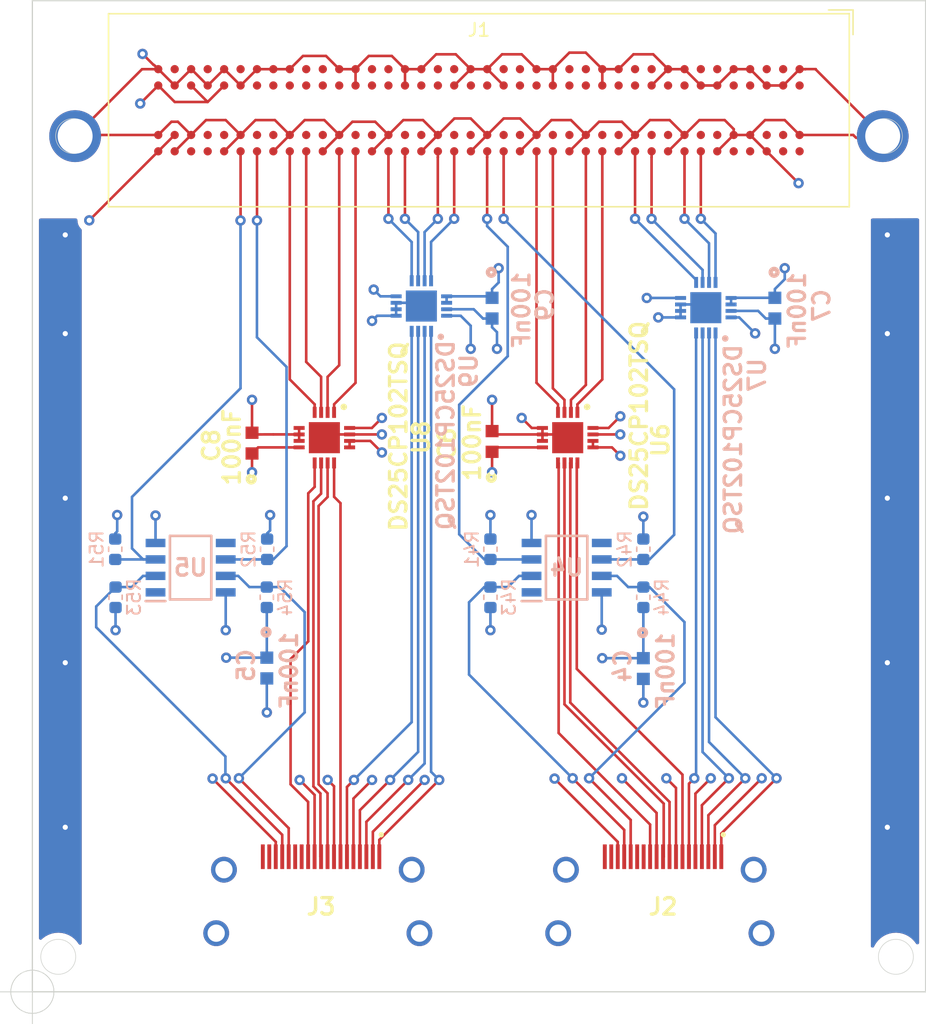
<source format=kicad_pcb>
(kicad_pcb (version 20211014) (generator pcbnew)
  (layers (0 "F.Cu" signal) (1 "In1.Cu" power "GND.Cu") (2 "In2.Cu" power "VCC.Cu") (31 "B.Cu" signal) (34 "B.Paste" user) (35 "F.Paste" user) (36 "B.SilkS" user "B.Silkscreen") (37 "F.SilkS" user "F.Silkscreen") (38 "B.Mask" user) (39 "F.Mask" user) (44 "Edge.Cuts" user))
  (net 0 "")
  (net 1 "2.5V")
  (net 2 "GNDREF")
  (net 3 "3.3V")
  (net 4 "D_OUT_M2_1P")
  (net 5 "SCL0B_1")
  (net 6 "SDA0B_1")
  (net 7 "D_OUT_M2_2P")
  (net 8 "D_OUT_M1_2N")
  (net 9 "D_OUT_M1_2P")
  (net 10 "BCLK_1P")
  (net 11 "BCLK_1N")
  (net 12 "TRG_1P")
  (net 13 "TRG_1N")
  (net 14 "D_OUT_M2_1N")
  (net 15 "TRG_2N")
  (net 16 "BCLK_2N")
  (net 17 "BCLK_2P")
  (net 18 "TRG_2P")
  (net 19 "D_OUT_M2_2N")
  (net 20 "SDA0B_2")
  (net 21 "SCL0B_2")
  (net 22 "H_DOUT_M1_1P")
  (net 23 "H_DOUT_M1_1N")
  (net 24 "H_DOUT_M2_1P")
  (net 25 "H_DOUT_M2_1N")
  (net 26 "H_TRG_1P")
  (net 27 "H_TRG_1N")
  (net 28 "H_BCLK_1P")
  (net 29 "H_BCLK_1N")
  (net 32 "H_SCL0B_1")
  (net 33 "H_SDA0B_1")
  (net 36 "H_SDA0B_2")
  (net 37 "H_SCL0B_2")
  (net 38 "H_BCLK_2N")
  (net 39 "H_BCLK_2P")
  (net 40 "H_TRG_2N")
  (net 41 "H_TRG_2P")
  (net 42 "H_DOUT_M2_2N")
  (net 43 "H_DOUT_M2_2P")
  (net 44 "H_DOUT_M1_2N")
  (net 45 "H_DOUT_M1_2P")
  (net 46 "D_OUT_M1_1P")
  (net 47 "D_OUT_M1_1N")
  (footprint "C0603C104K4RACTU:C0603C104K4RACTU" (layer "F.Cu") (at 116.967 134.15 90)
    (fp_text reference "C8")
    (fp_text value "100nF")
  )
  (footprint "ASP-134604-01:Samtec_FMC_ASP-134604-01_4x40_Vertical" (layer "F.Cu") (at 134.493 108.458 -90)
    (fp_text reference "J1")
    (fp_text value "ASP-134604-01")
  )
  (footprint "10029449-001RLF:10029449001RLF" (layer "F.Cu") (at 148.717 169.926)
    (fp_text reference "J2")
    (fp_text value "10029449-001RLF" hide)
  )
  (footprint "10029449-001RLF:10029449001RLF" (layer "F.Cu") (at 122.301 169.926)
    (fp_text reference "J3")
    (fp_text value "10029449-001RLF" hide)
  )
  (footprint "DS25CP102TSQ:QFN50P400X400X80-17N" (layer "F.Cu") (at 122.555 133.731 -90)
    (fp_text reference "U8")
    (fp_text value "DS25CP102TSQ")
  )
  (footprint "DS25CP102TSQ:QFN50P400X400X80-17N" (layer "F.Cu") (at 141.351 133.731 -90)
    (fp_text reference "U6")
    (fp_text value "DS25CP102TSQ")
  )
  (footprint "C0603C104K4RACTU:C0603C104K4RACTU" (layer "F.Cu") (at 135.509 134.023 90)
    (fp_text reference "C6")
    (fp_text value "100nF")
  )
  (footprint "C0603C104K4RACTU:C0603C104K4RACTU" (layer "B.Cu") (at 147.193 151.549 -90)
    (fp_text reference "C4")
    (fp_text value "100nF")
  )
  (footprint "C0603C104K4RACTU:C0603C104K4RACTU" (layer "B.Cu") (at 118.11 151.511 -90)
    (fp_text reference "C5")
    (fp_text value "100nF")
  )
  (footprint "C0603C104K4RACTU:C0603C104K4RACTU" (layer "B.Cu") (at 157.353 123.736 -90)
    (fp_text reference "C7")
    (fp_text value "100nF")
  )
  (footprint "Resistor_SMD:R_0603_1608Metric" (layer "B.Cu") (at 147.193 142.3415 -90)
    (fp_text reference "R42")
    (fp_text value "4.7k")
  )
  (footprint "Resistor_SMD:R_0603_1608Metric" (layer "B.Cu") (at 135.382 146.05 90)
    (fp_text reference "R43")
    (fp_text value "330")
  )
  (footprint "Resistor_SMD:R_0603_1608Metric" (layer "B.Cu") (at 106.4005 142.3415 -90)
    (fp_text reference "R51")
    (fp_text value "4.7k")
  )
  (footprint "Resistor_SMD:R_0603_1608Metric" (layer "B.Cu") (at 118.1355 142.3415 -90)
    (fp_text reference "R52")
    (fp_text value "4.7k")
  )
  (footprint "Resistor_SMD:R_0603_1608Metric" (layer "B.Cu") (at 106.426 146.05 90)
    (fp_text reference "R53")
    (fp_text value "330")
  )
  (footprint "Resistor_SMD:R_0603_1608Metric" (layer "B.Cu") (at 118.11 146.05 90)
    (fp_text reference "R54")
    (fp_text value "330")
  )
  (footprint "P82B715DR:P82B715DR" (layer "B.Cu") (at 141.268 143.764)
    (fp_text reference "U4")
    (fp_text value "P82B715DR" hide)
  )
  (footprint "DS25CP102TSQ:QFN50P400X400X80-17N" (layer "B.Cu") (at 152.019 123.698 90)
    (fp_text reference "U7")
    (fp_text value "DS25CP102TSQ")
  )
  (footprint "DS25CP102TSQ:QFN50P400X400X80-17N" (layer "B.Cu") (at 130.048 123.571 90)
    (fp_text reference "U9")
    (fp_text value "DS25CP102TSQ")
  )
  (footprint "P82B715DR:P82B715DR" (layer "B.Cu") (at 112.224 143.764)
    (fp_text reference "U5")
    (fp_text value "P82B715DR" hide)
  )
  (footprint "Resistor_SMD:R_0603_1608Metric" (layer "B.Cu") (at 135.382 142.3415 -90)
    (fp_text reference "R41")
    (fp_text value "4.7k")
  )
  (footprint "C0603C104K4RACTU:C0603C104K4RACTU" (layer "B.Cu") (at 135.509 123.736 -90)
    (fp_text reference "C9")
    (fp_text value "100nF")
  )
  (footprint "Resistor_SMD:R_0603_1608Metric" (layer "B.Cu") (at 147.193 146.05 90)
    (fp_text reference "R44")
    (fp_text value "330")
  )
  (gr_line (start 100 100) (end 100 176.5) (layer "Edge.Cuts") (width 0.1))
  (gr_line (start 100 176.5) (end 169 176.5) (layer "Edge.Cuts") (width 0.1))
  (gr_line (start 169 100) (end 169 176.5) (layer "Edge.Cuts") (width 0.1))
  (gr_line (start 100 100) (end 169 100) (layer "Edge.Cuts") (width 0.1))
  (gr_circle locked (center 166.7 173.8) (end 168.05 173.8) (layer "Edge.Cuts") (width 0.05) (fill none))
  (gr_circle locked (center 102 173.8) (end 103.35 173.8) (layer "Edge.Cuts") (width 0.05) (fill none))
  (gr_circle (center 103.15 110.45) (end 104.5 110.45) (layer "Edge.Cuts") (width 0.05) (fill none))
  (gr_circle (center 165.85 110.45) (end 167.2 110.45) (layer "Edge.Cuts") (width 0.05) (fill none))
  (target plus (at 100 176.5) (size 5) (width 0.05) (layer "Edge.Cuts"))
  (target plus (at 100 176.5) (size 5) (width 0.05) (layer "Edge.Cuts"))
  (target plus (at 100 176.5) (size 5) (width 0.05) (layer "Edge.Cuts"))
  (segment (start 109.723 111.628) (end 104.394 116.957) (width 0.2) (layer "F.Cu") (net 1))
  (segment (start 110.993 110.368) (end 110.983 110.368) (width 0.2) (layer "F.Cu") (net 1))
  (segment (start 110.983 110.368) (end 109.723 111.628) (width 0.2) (layer "F.Cu") (net 1))
  (via (at 106.426 148.59) (size 0.8) (drill 0.4) (layers "F.Cu" "B.Cu") (net 1))
  (via (at 135.382 148.59) (size 0.8) (drill 0.4) (layers "F.Cu" "B.Cu") (net 1))
  (via (at 144.018 150.749) (size 0.8) (drill 0.4) (layers "F.Cu" "B.Cu") (net 1))
  (via (at 104.394 116.957) (size 0.8) (drill 0.4) (layers "F.Cu" "B.Cu") (net 1))
  (via (at 114.973 150.711) (size 0.8) (drill 0.4) (layers "F.Cu" "B.Cu") (net 1))
  (segment (start 147.193 146.8375) (end 147.193 147.275) (width 0.2) (layer "B.Cu") (net 1))
  (segment (start 135.382 146.8375) (end 135.382 148.59) (width 0.2) (layer "B.Cu") (net 1))
  (segment (start 118.11 147.275) (end 118.11 150.711) (width 0.2) (layer "B.Cu") (net 1))
  (segment (start 118.11 146.8375) (end 118.11 147.275) (width 0.2) (layer "B.Cu") (net 1))
  (segment (start 147.193 147.275) (end 147.193 150.749) (width 0.2) (layer "B.Cu") (net 1))
  (segment (start 106.426 146.8375) (end 106.426 148.59) (width 0.2) (layer "B.Cu") (net 1))
  (segment (start 118.11 150.711) (end 114.973 150.711) (width 0.2) (layer "B.Cu") (net 1))
  (segment (start 147.193 150.749) (end 144.018 150.749) (width 0.2) (layer "B.Cu") (net 1))
  (segment (start 111.242 109.347) (end 110.744 109.347) (width 0.2) (layer "F.Cu") (net 2))
  (segment (start 142.753 110.368) (end 141.605 109.22) (width 0.2) (layer "F.Cu") (net 2))
  (segment (start 130.063 111.628) (end 131.323 110.368) (width 0.2) (layer "F.Cu") (net 2))
  (segment (start 116.083 110.368) (end 114.935 109.22) (width 0.2) (layer "F.Cu") (net 2))
  (segment (start 149.113 111.628) (end 150.373 110.368) (width 0.2) (layer "F.Cu") (net 2))
  (segment (start 122.555 109.22) (end 121.031 109.22) (width 0.2) (layer "F.Cu") (net 2))
  (segment (start 116.093 106.548) (end 117.353 105.288) (width 0.2) (layer "F.Cu") (net 2))
  (segment (start 118.613 111.628) (end 118.623 111.628) (width 0.2) (layer "F.Cu") (net 2))
  (segment (start 138.943 110.368) (end 138.923 110.368) (width 0.2) (layer "F.Cu") (net 2))
  (segment (start 146.431 104.14) (end 147.955 104.14) (width 0.2) (layer "F.Cu") (net 2))
  (segment (start 154.173 110.368) (end 154.173 109.915452) (width 0.2) (layer "F.Cu") (net 2))
  (segment (start 130.175 109.22) (end 128.651 109.22) (width 0.2) (layer "F.Cu") (net 2))
  (segment (start 131.323 110.368) (end 130.175 109.22) (width 0.2) (layer "F.Cu") (net 2))
  (segment (start 151.216 161.204) (end 152.4 160.02) (width 0.2) (layer "F.Cu") (net 2))
  (segment (start 152.716 166.076) (end 152.716 163.641) (width 0.2) (layer "F.Cu") (net 2))
  (segment (start 138.923 110.368) (end 137.663 111.628) (width 0.2) (layer "F.Cu") (net 2))
  (segment (start 159.263 105.288) (end 159.715548 105.288) (width 0.2) (layer "F.Cu") (net 2))
  (segment (start 142.748 104.013) (end 141.478 104.013) (width 0.2) (layer "F.Cu") (net 2))
  (segment (start 143.774 109.347) (end 142.753 110.368) (width 0.2) (layer "F.Cu") (net 2))
  (segment (start 145.216 164.926) (end 140.335 160.045) (width 0.2) (layer "F.Cu") (net 2))
  (segment (start 104.954178 110.368) (end 104.826383 110.495795) (width 0.2) (layer "F.Cu") (net 2))
  (segment (start 122.433 111.628) (end 122.443 111.628) (width 0.2) (layer "F.Cu") (net 2))
  (segment (start 117.098 133.481) (end 116.967 133.35) (width 0.2) (layer "F.Cu") (net 2))
  (segment (start 135.143 105.288) (end 136.403 106.548) (width 0.2) (layer "F.Cu") (net 2))
  (segment (start 116.967 133.35) (end 116.967 130.81) (width 0.2) (layer "F.Cu") (net 2))
  (segment (start 116.083 106.548) (end 116.093 106.548) (width 0.2) (layer "F.Cu") (net 2))
  (segment (start 120.904 104.267) (end 119.883 105.288) (width 0.2) (layer "F.Cu") (net 2))
  (segment (start 123.703 110.368) (end 122.555 109.22) (width 0.2) (layer "F.Cu") (net 2))
  (segment (start 132.598 109.093) (end 131.323 110.368) (width 0.2) (layer "F.Cu") (net 2))
  (segment (start 159.263 110.368) (end 158.115 109.22) (width 0.2) (layer "F.Cu") (net 2))
  (segment (start 156.723 111.628) (end 156.703 111.628) (width 0.2) (layer "F.Cu") (net 2))
  (segment (start 159.263 110.368) (end 163.408 110.368) (width 0.2) (layer "F.Cu") (net 2))
  (segment (start 139.401 133.981) (end 139.401 132.981) (width 0.2) (layer "F.Cu") (net 2))
  (segment (start 157.993 106.548) (end 158.003 106.548) (width 0.2) (layer "F.Cu") (net 2))
  (segment (start 156.703 106.548) (end 157.993 106.548) (width 0.2) (layer "F.Cu") (net 2))
  (segment (start 110.993 106.548) (end 111.003 106.548) (width 0.2) (layer "F.Cu") (net 2))
  (segment (start 130.043 111.628) (end 130.063 111.628) (width 0.2) (layer "F.Cu") (net 2))
  (segment (start 114.813 105.288) (end 114.823 105.288) (width 0.2) (layer "F.Cu") (net 2))
  (segment (start 117.353 105.288) (end 118.613 105.288) (width 0.2) (layer "F.Cu") (net 2))
  (segment (start 120.605 133.981) (end 120.605 132.981) (width 0.2) (layer "F.Cu") (net 2))
  (segment (start 104.463355 109.397156) (end 104.506732 109.464285) (width 0.2) (layer "F.Cu") (net 2))
  (segment (start 124.8 161.585) (end 126.238 160.147) (width 0.2) (layer "F.Cu") (net 2))
  (segment (start 123.3 166.076) (end 123.3 160.638) (width 0.2) (layer "F.Cu") (net 2))
  (segment (start 153.477548 109.22) (end 151.521 109.22) (width 0.2) (layer "F.Cu") (net 2))
  (segment (start 150.373 105.288) (end 151.633 106.548) (width 0.2) (layer "F.Cu") (net 2))
  (segment (start 163.408 110.368) (end 163.627 110.587) (width 0.2) (layer "F.Cu") (net 2))
  (segment (start 122.443 111.628) (end 123.703 110.368) (width 0.2) (layer "F.Cu") (net 2))
  (segment (start 109.723 105.288) (end 109.403001 104.968001) (width 0.2) (layer "F.Cu") (net 2))
  (segment (start 151.633 106.548) (end 152.903 106.548) (width 0.2) (layer "F.Cu") (net 2))
  (segment (start 128.651 109.22) (end 127.503 110.368) (width 0.2) (layer "F.Cu") (net 2))
  (segment (start 135.133 105.288) (end 135.143 105.288) (width 0.2) (layer "F.Cu") (net 2))
  (segment (start 110.744 109.347) (end 109.723 110.368) (width 0.2) (layer "F.Cu") (net 2))
  (segment (start 145.283 105.288) (end 146.431 104.14) (width 0.2) (layer "F.Cu") (net 2))
  (segment (start 149.225 109.22) (end 147.701 109.22) (width 0.2) (layer "F.Cu") (net 2))
  (segment (start 122.805 133.481) (end 122.555 133.731) (width 0.2) (layer "F.Cu") (net 2))
  (segment (start 160.508 105.283) (end 160.508 105.309) (width 0.2) (layer "F.Cu") (net 2))
  (segment (start 151.216 166.076) (end 151.216 161.204) (width 0.2) (layer "F.Cu") (net 2))
  (segment (start 152.716 163.641) (end 156.337 160.02) (width 0.2) (layer "F.Cu") (net 2))
  (segment (start 124.963 105.288) (end 124.963 106.548) (width 0.2) (layer "F.Cu") (net 2))
  (segment (start 158.115 109.22) (end 156.591 109.22) (width 0.2) (layer "F.Cu") (net 2))
  (segment (start 124.8 166.076) (end 124.8 161.585) (width 0.2) (layer "F.Cu") (net 2))
  (segment (start 124.724 109.347) (end 123.703 110.368) (width 0.2) (layer "F.Cu") (net 2))
  (segment (start 136.408 109.093) (end 135.133 110.368) (width 0.2) (layer "F.Cu") (net 2))
  (segment (start 149.716 166.076) (end 149.716 160.765) (width 0.2) (layer "F.Cu") (net 2))
  (segment (start 120.605 133.481) (end 118.618 133.477) (width 0.2) (layer "F.Cu") (net 2))
  (segment (start 144.023 105.288) (end 145.283 105.288) (width 0.2) (layer "F.Cu") (net 2))
  (segment (start 113.411 109.22) (end 112.263 110.368) (width 0.2) (layer "F.Cu") (net 2))
  (segment (start 112.283 105.288) (end 113.543 106.548) (width 0.2) (layer "F.Cu") (net 2))
  (segment (start 109.723 105.288) (end 109.733 105.288) (width 0.2) (layer "F.Cu") (net 2))
  (segment (start 145.216 166.076) (end 145.216 164.926) (width 0.2) (layer "F.Cu") (net 2))
  (segment (start 154.163 105.288) (end 155.443 105.288) (width 0.2) (layer "F.Cu") (net 2))
  (segment (start 149.093 105.288) (end 147.833 106.548) (width 0.2) (layer "F.Cu") (net 2))
  (segment (start 139.401 133.481) (end 141.101 133.481) (width 0.2) (layer "F.Cu") (net 2))
  (segment (start 151.521 109.22) (end 150.373 110.368) (width 0.2) (layer "F.Cu") (net 2))
  (segment (start 141.605 109.22) (end 140.091 109.22) (width 0.2) (layer "F.Cu") (net 2))
  (segment (start 111.003 111.628) (end 112.263 110.368) (width 0.2) (layer "F.Cu") (net 2))
  (segment (start 144.023 105.288) (end 144.023 106.548) (width 0.2) (layer "F.Cu") (net 2))
  (segment (start 147.701 109.22) (end 146.553 110.368) (width 0.2) (layer "F.Cu") (net 2))
  (segment (start 141.101 133.481) (end 141.351 133.731) (width 0.2) (layer "F.Cu") (net 2))
  (segment (start 149.103 111.628) (end 149.113 111.628) (width 0.2) (layer "F.Cu") (net 2))
  (segment (start 154.163 110.368) (end 152.903 111.628) (width 0.2) (layer "F.Cu") (net 2))
  (segment (start 109.367001 104.968001) (end 108.509 104.11) (width 0.2) (layer "F.Cu") (net 2))
  (segment (start 139.401 132.981) (end 138.569 132.981) (width 0.2) (layer "F.Cu") (net 2))
  (segment (start 143.301 133.481) (end 145.411 133.481) (width 0.2) (layer "F.Cu") (net 2))
  (segment (start 113.553 106.548) (end 114.813 105.288) (width 0.2) (layer "F.Cu") (net 2))
  (segment (start 109.733 105.288) (end 110.993 106.548) (width 0.2) (layer "F.Cu") (net 2))
  (segment (start 132.593 106.548) (end 133.853 105.288) (width 0.2) (layer "F.Cu") (net 2))
  (segment (start 121.031 109.22) (end 119.883 110.368) (width 0.2) (layer "F.Cu") (net 2))
  (segment (start 156.703 111.628) (end 155.443 110.368) (width 0.2) (layer "F.Cu") (net 2))
  (segment (start 156.723 111.628) (end 159.182 114.087) (width 0.2) (layer "F.Cu") (net 2))
  (segment (start 145.532 109.347) (end 143.774 109.347) (width 0.2) (layer "F.Cu") (net 2))
  (segment (start 124.505 133.481) (end 122.805 133.481) (width 0.2) (layer "F.Cu") (net 2))
  (segment (start 123.703 105.288) (end 124.963 105.288) (width 0.2) (layer "F.Cu") (net 2))
  (segment (start 146.543 110.368) (end 145.283 111.628) (width 0.2) (layer "F.Cu") (net 2))
  (segment (start 113.543 106.548) (end 113.553 106.548) (width 0.2) (layer "F.Cu") (net 2))
  (segment (start 121.8 161.3054) (end 120.6458 160.1512) (width 0.2) (layer "F.Cu") (net 2))
  (segment (start 148.216 162.694) (end 145.542 160.02) (width 0.2) (layer "F.Cu") (net 2))
  (segment (start 118.613 105.288) (end 119.883 105.288) (width 0.2) (layer "F.Cu") (net 2))
  (segment (start 150.373 110.368) (end 149.225 109.22) (width 0.2) (layer "F.Cu") (net 2))
  (segment (start 133.858 109.093) (end 132.598 109.093) (width 0.2) (layer "F.Cu") (net 2))
  (segment (start 159.715548 105.288) (end 159.720548 105.283) (width 0.2) (layer "F.Cu") (net 2))
  (segment (start 118.8 166.076) (end 118.8 164.926) (width 0.2) (layer "F.Cu") (net 2))
  (segment (start 112.263 110.368) (end 111.242 109.347) (width 0.2) (layer "F.Cu") (net 2))
  (segment (start 133.873 111.628) (end 135.133 110.368) (width 0.2) (layer "F.Cu") (net 2))
  (segment (start 114.823 105.288) (end 116.083 106.548) (width 0.2) (layer "F.Cu") (net 2))
  (segment (start 126.3 164.149) (end 130.302 160.147) (width 0.2) (layer "F.Cu") (net 2))
  (segment (start 137.668 109.093) (end 136.408 109.093) (width 0.2) (layer "F.Cu") (net 2))
  (segment (start 156.591 109.22) (end 155.443 110.368) (width 0.2) (layer "F.Cu") (net 2))
  (segment (start 128.783 105.288) (end 127.762 104.267) (width 0.2) (layer "F.Cu") (net 2))
  (segment (start 109.723 110.368) (end 104.954178 110.368) (width 0.2) (layer "F.Cu") (net 2))
  (segment (start 141.478 104.013) (end 140.203 105.288) (width 0.2) (layer "F.Cu") (net 2))
  (segment (start 149.103 105.288) (end 149.093 105.288) (width 0.2) (layer "F.Cu") (net 2))
  (segment (start 149.103 105.288) (end 150.373 105.288) (width 0.2) (layer "F.Cu") (net 2))
  (segment (start 148.216 166.076) (end 148.216 162.694) (width 0.2) (layer "F.Cu") (net 2))
  (segment (start 139.401 133.481) (end 135.767 133.481) (width 0.2) (layer "F.Cu") (net 2))
  (segment (start 159.720548 105.283) (end 160.508 105.283) (width 0.2) (layer "F.Cu") (net 2))
  (segment (start 110.993 111.628) (end 111.003 111.628) (width 0.2) (layer "F.Cu") (net 2))
  (segment (start 108.473 105.288) (end 109.723 105.288) (width 0.2) (layer "F.Cu") (net 2))
  (segment (start 146.553 110.368) (end 146.543 110.368) (width 0.2) (layer "F.Cu") (net 2))
  (segment (start 138.943 105.288) (end 137.795 104.14) (width 0.2) (layer "F.Cu") (net 2))
  (segment (start 142.743 110.368) (end 141.483 111.628) (width 0.2) (layer "F.Cu") (net 2))
  (segment (start 136.281 104.14) (end 135.133 105.288) (width 0.2) (layer "F.Cu") (net 2))
  (segment (start 155.443 110.368) (end 154.173 110.368) (width 0.2) (layer "F.Cu") (net 2))
  (segment (start 128.783 105.288) (end 130.043 105.288) (width 0.2) (layer "F.Cu") (net 2))
  (segment (start 131.191 104.14) (end 130.043 105.288) (width 0.2) (layer "F.Cu") (net 2))
  (segment (start 114.823 111.628) (end 116.083 110.368) (width 0.2) (layer "F.Cu") (net 2))
  (segment (start 125.984 104.267) (end 124.963 105.288) (width 0.2) (layer "F.Cu") (net 2))
  (segment (start 108.473 105.288) (end 104.463355 109.297645) (width 0.2) (layer "F.Cu") (net 2))
  (segment (start 144.023 105.288) (end 142.748 104.013) (width 0.2) (layer "F.Cu") (net 2))
  (segment (start 133.853 105.288) (end 135.133 105.288) (width 0.2) (layer "F.Cu") (net 2))
  (segment (start 126.3 166.076) (end 126.3 164.149) (width 0.2) (layer "F.Cu") (net 2))
  (segment (start 114.813 111.628) (end 114.823 111.628) (width 0.2) (layer "F.Cu") (net 2))
  (segment (start 104.463355 109.297645) (end 104.463355 109.397156) (width 0.2) (layer "F.Cu") (net 2))
  (segment (start 114.935 109.22) (end 113.411 109.22) (width 0.2) (layer "F.Cu") (net 2))
  (segment (start 138.943 110.368) (end 137.668 109.093) (width 0.2) (layer "F.Cu") (net 2))
  (segment (start 140.203 105.288) (end 140.203 106.548) (width 0.2) (layer "F.Cu") (net 2))
  (segment (start 128.783 105.288) (end 128.783 106.548) (width 0.2) (layer "F.Cu") (net 2))
  (segment (start 119.883 110.368) (end 118.735 109.22) (width 0.2) (layer "F.Cu") (net 2))
  (segment (start 152.903 106.548) (end 154.163 105.288) (width 0.2) (layer "F.Cu") (net 2))
  (segment (start 158.003 106.548) (end 159.263 105.288) (width 0.2) (layer "F.Cu") (net 2))
  (segment (start 138.943 105.288) (end 140.203 105.288) (width 0.2) (layer "F.Cu") (net 2))
  (segment (start 118.623 111.628) (end 119.883 110.368) (width 0.2) (layer "F.Cu") (net 2))
  (segment (start 160.508 105.309) (end 164.262 109.063) (width 0.2) (layer "F.Cu") (net 2))
  (segment (start 135.509 133.223) (end 135.509 130.81) (width 0.2) (layer "F.Cu") (net 2))
  (segment (start 126.482 109.347) (end 124.724 109.347) (width 0.2) (layer "F.Cu") (net 2))
  (segment (start 118.8 164.926) (end 113.919 160.045) (width 0.2) (layer "F.Cu") (net 2))
  (segment (start 135.133 110.368) (end 133.858 109.093) (width 0.2) (layer "F.Cu") (net 2))
  (segment (start 123.703 105.288) (end 122.682 104.267) (width 0.2) (layer "F.Cu") (net 2))
  (segment (start 132.583 106.548) (end 132.593 106.548) (width 0.2) (layer "F.Cu") (net 2))
  (segment (start 109.403001 104.968001) (end 109.367001 104.968001) (width 0.2) (layer "F.Cu") (net 2))
  (segment (start 140.091 109.22) (end 138.943 110.368) (width 0.2) (layer "F.Cu") (net 2))
  (segment (start 127.762 104.267) (end 125.984 104.267) (width 0.2) (layer "F.Cu") (net 2))
  (segment (start 154.173 110.368) (end 154.163 110.368) (width 0.2) (layer "F.Cu") (net 2))
  (segment (start 133.853 105.288) (end 132.705 104.14) (width 0.2) (layer "F.Cu") (net 2))
  (segment (start 111.003 106.548) (end 112.263 105.288) (width 0.2) (layer "F.Cu") (net 2))
  (segment (start 126.243 111.628) (end 127.503 110.368) (width 0.2) (layer "F.Cu") (net 2))
  (segment (start 123.3 160.638) (end 122.809 160.147) (width 0.2) (layer "F.Cu") (net 2))
  (segment (start 122.682 104.267) (end 120.904 104.267) (width 0.2) (layer "F.Cu") (net 2))
  (segment (start 137.795 104.14) (end 136.281 104.14) (width 0.2) (layer "F.Cu") (net 2))
  (segment (start 124.505 133.481) (end 126.996 133.481) (width 0.2) (layer "F.Cu") (net 2))
  (segment (start 132.705 104.14) (end 131.191 104.14) (width 0.2) (layer "F.Cu") (net 2))
  (segment (start 117.231 109.22) (end 116.083 110.368) (width 0.2) (layer "F.Cu") (net 2))
  (segment (start 127.503 110.368) (end 126.482 109.347) (width 0.2) (layer "F.Cu") (net 2))
  (segment (start 121.8 166.076) (end 121.8 161.3054) (width 0.2) (layer "F.Cu") (net 2))
  (segment (start 154.173 109.915452) (end 153.477548 109.22) (width 0.2) (layer "F.Cu") (net 2))
  (segment (start 142.753 110.368) (end 142.743 110.368) (width 0.2) (layer "F.Cu") (net 2))
  (segment (start 118.618 133.477) (end 117.098 133.481) (width 0.2) (layer "F.Cu") (net 2))
  (segment (start 138.569 132.981) (end 137.795 132.207) (width 0.2) (layer "F.Cu") (net 2))
  (segment (start 155.443 105.288) (end 156.703 106.548) (width 0.2) (layer "F.Cu") (net 2))
  (segment (start 146.553 110.368) (end 145.532 109.347) (width 0.2) (layer "F.Cu") (net 2))
  (segment (start 112.263 105.288) (end 112.283 105.288) (width 0.2) (layer "F.Cu") (net 2))
  (segment (start 118.735 109.22) (end 117.231 109.22) (width 0.2) (layer "F.Cu") (net 2))
  (segment (start 149.716 160.765) (end 148.971 160.02) (width 0.2) (layer "F.Cu") (net 2))
  (segment (start 126.233 111.628) (end 126.243 111.628) (width 0.2) (layer "F.Cu") (net 2))
  (segment (start 135.767 133.481) (end 135.509 133.223) (width 0.2) (layer "F.Cu") (net 2))
  (segment (start 147.955 104.14) (end 149.103 105.288) (width 0.2) (layer "F.Cu") (net 2))
  (via (at 166.04 151.1) (size 0.8) (drill 0.4) (layers "F.Cu" "B.Cu") (net 2))
  (via (at 166.04 138.4) (size 0.8) (drill 0.4) (layers "F.Cu" "B.Cu") (net 2))
  (via (at 102.54 118.08) (size 0.8) (drill 0.4) (layers "F.Cu" "B.Cu") (net 2))
  (via (at 102.54 125.7) (size 0.8) (drill 0.4) (layers "F.Cu" "B.Cu") (net 2))
  (via (at 120.6458 160.1512) (size 0.8) (drill 0.4) (layers "F.Cu" "B.Cu") (net 2))
  (via (at 140.335 160.045) (size 0.8) (drill 0.4) (layers "F.Cu" "B.Cu") (net 2))
  (via (at 126.996 133.481) (size 0.8) (drill 0.4) (layers "F.Cu" "B.Cu") (net 2))
  (via (at 145.542 160.02) (size 0.8) (drill 0.4) (layers "F.Cu" "B.Cu") (net 2))
  (via (at 126.238 160.147) (size 0.8) (drill 0.4) (layers "F.Cu" "B.Cu") (net 2))
  (via (at 102.54 163.8) (size 0.8) (drill 0.4) (layers "F.Cu" "B.Cu") (net 2))
  (via (at 118.11 154.94) (size 0.8) (drill 0.4) (layers "F.Cu" "B.Cu") (net 2))
  (via (at 130.302 160.147) (size 0.8) (drill 0.4) (layers "F.Cu" "B.Cu") (net 2))
  (via (at 148.971 160.02) (size 0.8) (drill 0.4) (layers "F.Cu" "B.Cu") (net 2))
  (via (at 145.411 133.481) (size 0.8) (drill 0.4) (layers "F.Cu" "B.Cu") (net 2))
  (via (at 116.967 130.81) (size 0.8) (drill 0.4) (layers "F.Cu" "B.Cu") (net 2))
  (via (at 102.54 151.1) (size 0.8) (drill 0.4) (layers "F.Cu" "B.Cu") (net 2))
  (via (at 166.04 163.8) (size 0.8) (drill 0.4) (layers "F.Cu" "B.Cu") (net 2))
  (via (at 137.795 132.207) (size 0.8) (drill 0.4) (layers "F.Cu" "B.Cu") (net 2))
  (via (at 108.509 104.11) (size 0.8) (drill 0.4) (layers "F.Cu" "B.Cu") (net 2))
  (via (at 102.54 138.4) (size 0.8) (drill 0.4) (layers "F.Cu" "B.Cu") (net 2))
  (via (at 166.04 125.7) (size 0.8) (drill 0.4) (layers "F.Cu" "B.Cu") (net 2))
  (via (at 126.238 124.714) (size 0.8) (drill 0.4) (layers "F.Cu" "B.Cu") (net 2))
  (via (at 122.809 160.147) (size 0.8) (drill 0.4) (layers "F.Cu" "B.Cu") (net 2))
  (via (at 113.919 160.045) (size 0.8) (drill 0.4) (layers "F.Cu" "B.Cu") (net 2))
  (via (at 152.4 160.02) (size 0.8) (drill 0.4) (layers "F.Cu" "B.Cu") (net 2))
  (via (at 148.348 124.448) (size 0.8) (drill 0.4) (layers "F.Cu" "B.Cu") (net 2))
  (via (at 147.193 154.178) (size 0.8) (drill 0.4) (layers "F.Cu" "B.Cu") (net 2))
  (via (at 135.89 126.873) (size 0.8) (drill 0.4) (layers "F.Cu" "B.Cu") (net 2))
  (via (at 159.182 114.087) (size 0.8) (drill 0.4) (layers "F.Cu" "B.Cu") (net 2))
  (via (at 109.513 139.739) (size 0.8) (drill 0.4) (layers "F.Cu" "B.Cu") (net 2))
  (via (at 166.04 118.08) (size 0.8) (drill 0.4) (layers "F.Cu" "B.Cu") (net 2))
  (via (at 135.509 130.81) (size 0.8) (drill 0.4) (layers "F.Cu" "B.Cu") (net 2))
  (via (at 138.557 139.7) (size 0.8) (drill 0.4) (layers "F.Cu" "B.Cu") (net 2))
  (via (at 157.353 126.873) (size 0.8) (drill 0.4) (layers "F.Cu" "B.Cu") (net 2))
  (via (at 156.337 160.02) (size 0.8) (drill 0.4) (layers "F.Cu" "B.Cu") (net 2))
  (segment (start 135.89 125.592) (end 135.89 126.873) (width 0.2) (layer "B.Cu") (net 2))
  (segment (start 157.353 124.536) (end 156.653 124.536) (width 0.2) (layer "B.Cu") (net 2))
  (segment (start 157.353 124.536) (end 157.353 126.873) (width 0.2) (layer "B.Cu") (net 2))
  (segment (start 147.193 152.349) (end 147.193 154.178) (width 0.2) (layer "B.Cu") (net 2))
  (segment (start 153.969 123.948) (end 156.065 123.948) (width 0.2) (layer "B.Cu") (net 2))
  (segment (start 128.098 123.321) (end 129.798 123.321) (width 0.2) (layer "B.Cu") (net 2))
  (segment (start 131.998 123.821) (end 134.094 123.821) (width 0.2) (layer "B.Cu") (net 2))
  (segment (start 128.098 124.321) (end 126.631 124.321) (width 0.2) (layer "B.Cu") (net 2))
  (segment (start 138.557 141.859) (end 138.557 139.7) (width 0.2) (layer "B.Cu") (net 2))
  (segment (start 156.653 124.536) (end 156.065 123.948) (width 0.2) (layer "B.Cu") (net 2))
  (segment (start 128.098 124.321) (end 128.098 123.321) (width 0.2) (layer "B.Cu") (net 2))
  (segment (start 109.513 141.859) (end 109.513 139.739) (width 0.2) (layer "B.Cu") (net 2))
  (segment (start 150.069 123.448) (end 150.069 124.448) (width 0.2) (layer "B.Cu") (net 2))
  (segment (start 135.509 125.211) (end 135.89 125.592) (width 0.2) (layer "B.Cu") (net 2))
  (segment (start 150.069 123.448) (end 151.769 123.448) (width 0.2) (layer "B.Cu") (net 2))
  (segment (start 118.11 152.311) (end 118.11 154.94) (width 0.2) (layer "B.Cu") (net 2))
  (segment (start 135.509 124.536) (end 134.809 124.536) (width 0.2) (layer "B.Cu") (net 2))
  (segment (start 129.798 123.321) (end 130.048 123.571) (width 0.2) (layer "B.Cu") (net 2))
  (segment (start 135.509 124.536) (end 135.509 125.211) (width 0.2) (layer "B.Cu") (net 2))
  (segment (start 134.809 124.536) (end 134.094 123.821) (width 0.2) (layer "B.Cu") (net 2))
  (segment (start 126.631 124.321) (end 126.238 124.714) (width 0.2) (layer "B.Cu") (net 2))
  (segment (start 151.769 123.448) (end 152.019 123.698) (width 0.2) (layer "B.Cu") (net 2))
  (segment (start 150.069 124.448) (end 148.348 124.448) (width 0.2) (layer "B.Cu") (net 2))
  (segment (start 117.436 134.481) (end 116.967 134.95) (width 0.2) (layer "F.Cu") (net 3))
  (segment (start 124.505 132.981) (end 126.226 132.981) (width 0.2) (layer "F.Cu") (net 3))
  (segment (start 126.226 132.981) (end 127 132.207) (width 0.2) (layer "F.Cu") (net 3))
  (segment (start 124.505 133.981) (end 124.505 134.481) (width 0.2) (layer "F.Cu") (net 3))
  (segment (start 143.301 134.481) (end 144.768 134.481) (width 0.2) (layer "F.Cu") (net 3))
  (segment (start 143.301 132.981) (end 144.514 132.981) (width 0.2) (layer "F.Cu") (net 3))
  (segment (start 124.505 133.981) (end 126.107 133.981) (width 0.2) (layer "F.Cu") (net 3))
  (segment (start 135.509 134.823) (end 135.509 136.398) (width 0.2) (layer "F.Cu") (net 3))
  (segment (start 144.514 132.981) (end 145.415 132.08) (width 0.2) (layer "F.Cu") (net 3))
  (segment (start 126.107 133.981) (end 127 134.874) (width 0.2) (layer "F.Cu") (net 3))
  (segment (start 112.263 106.548) (end 113.538 107.823) (width 0.2) (layer "F.Cu") (net 3))
  (segment (start 139.401 134.481) (end 135.851 134.481) (width 0.2) (layer "F.Cu") (net 3))
  (segment (start 109.723 106.548) (end 108.331 107.94) (width 0.2) (layer "F.Cu") (net 3))
  (segment (start 110.998 107.823) (end 113.538 107.823) (width 0.2) (layer "F.Cu") (net 3))
  (segment (start 110.998 107.823) (end 109.723 106.548) (width 0.2) (layer "F.Cu") (net 3))
  (segment (start 144.768 134.481) (end 145.415 135.128) (width 0.2) (layer "F.Cu") (net 3))
  (segment (start 143.301 133.981) (end 143.301 134.481) (width 0.2) (layer "F.Cu") (net 3))
  (segment (start 116.967 134.95) (end 116.967 136.398) (width 0.2) (layer "F.Cu") (net 3))
  (segment (start 135.851 134.481) (end 135.509 134.823) (width 0.2) (layer "F.Cu") (net 3))
  (segment (start 120.605 134.481) (end 117.436 134.481) (width 0.2) (layer "F.Cu") (net 3))
  (segment (start 113.538 107.823) (end 114.813 106.548) (width 0.2) (layer "F.Cu") (net 3))
  (via (at 155.829 125.683) (size 0.8) (drill 0.4) (layers "F.Cu" "B.Cu") (net 3))
  (via (at 136.017 120.65) (size 0.8) (drill 0.4) (layers "F.Cu" "B.Cu") (net 3))
  (via (at 126.365 122.301) (size 0.8) (drill 0.4) (layers "F.Cu" "B.Cu") (net 3))
  (via (at 145.415 132.08) (size 0.8) (drill 0.4) (layers "F.Cu" "B.Cu") (net 3))
  (via (at 127 132.207) (size 0.8) (drill 0.4) (layers "F.Cu" "B.Cu") (net 3))
  (via (at 118.364 139.7) (size 0.8) (drill 0.4) (layers "F.Cu" "B.Cu") (net 3))
  (via (at 108.331 107.94) (size 0.8) (drill 0.4) (layers "F.Cu" "B.Cu") (net 3))
  (via (at 158.115 120.65) (size 0.8) (drill 0.4) (layers "F.Cu" "B.Cu") (net 3))
  (via (at 127 134.874) (size 0.8) (drill 0.4) (layers "F.Cu" "B.Cu") (net 3))
  (via (at 133.858 126.873) (size 0.8) (drill 0.4) (layers "F.Cu" "B.Cu") (net 3))
  (via (at 147.459 122.948) (size 0.8) (drill 0.4) (layers "F.Cu" "B.Cu") (net 3))
  (via (at 135.509 136.398) (size 0.8) (drill 0.4) (layers "F.Cu" "B.Cu") (net 3))
  (via (at 145.415 135.128) (size 0.8) (drill 0.4) (layers "F.Cu" "B.Cu") (net 3))
  (via (at 116.967 136.398) (size 0.8) (drill 0.4) (layers "F.Cu" "B.Cu") (net 3))
  (via (at 114.935 148.59) (size 0.8) (drill 0.4) (layers "F.Cu" "B.Cu") (net 3))
  (via (at 106.553 139.7) (size 0.8) (drill 0.4) (layers "F.Cu" "B.Cu") (net 3))
  (via (at 135.382 139.7) (size 0.8) (drill 0.4) (layers "F.Cu" "B.Cu") (net 3))
  (via (at 143.979 148.551) (size 0.8) (drill 0.4) (layers "F.Cu" "B.Cu") (net 3))
  (via (at 147.193 139.827) (size 0.8) (drill 0.4) (layers "F.Cu" "B.Cu") (net 3))
  (segment (start 133.858 125.095) (end 133.858 126.873) (width 0.2) (layer "B.Cu") (net 3))
  (segment (start 106.553 140.964) (end 106.553 139.7) (width 0.2) (layer "B.Cu") (net 3))
  (segment (start 143.979 145.669) (end 143.979 148.551) (width 0.2) (layer "B.Cu") (net 3))
  (segment (start 135.382 141.554) (end 135.382 139.7) (width 0.2) (layer "B.Cu") (net 3))
  (segment (start 131.998 122.821) (end 135.394 122.821) (width 0.2) (layer "B.Cu") (net 3))
  (segment (start 136.017 121.753) (end 136.017 120.65) (width 0.2) (layer "B.Cu") (net 3))
  (segment (start 147.193 141.554) (end 147.193 139.827) (width 0.2) (layer "B.Cu") (net 3))
  (segment (start 135.394 122.821) (end 135.509 122.936) (width 0.2) (layer "B.Cu") (net 3))
  (segment (start 150.069 122.948) (end 147.459 122.948) (width 0.2) (layer "B.Cu") (net 3))
  (segment (start 154.594 124.448) (end 155.829 125.683) (width 0.2) (layer "B.Cu") (net 3))
  (segment (start 157.353 122.936) (end 157.353 122.261) (width 0.2) (layer "B.Cu") (net 3))
  (segment (start 118.1355 141.554) (end 118.1355 141.1165) (width 0.2) (layer "B.Cu") (net 3))
  (segment (start 114.935 145.669) (end 114.935 148.59) (width 0.2) (layer "B.Cu") (net 3))
  (segment (start 133.084 124.321) (end 133.858 125.095) (width 0.2) (layer "B.Cu") (net 3))
  (segment (start 157.353 122.936) (end 153.981 122.936) (width 0.2) (layer "B.Cu") (net 3))
  (segment (start 118.1355 141.1165) (end 118.364 140.888) (width 0.2) (layer "B.Cu") (net 3))
  (segment (start 128.098 122.821) (end 126.885 122.821) (width 0.2) (layer "B.Cu") (net 3))
  (segment (start 135.509 122.936) (end 135.509 122.261) (width 0.2) (layer "B.Cu") (net 3))
  (segment (start 106.4005 141.1165) (end 106.553 140.964) (width 0.2) (layer "B.Cu") (net 3))
  (segment (start 118.364 140.888) (end 118.364 139.7) (width 0.2) (layer "B.Cu") (net 3))
  (segment (start 153.981 122.936) (end 153.969 122.948) (width 0.2) (layer "B.Cu") (net 3))
  (segment (start 126.885 122.821) (end 126.365 122.301) (width 0.2) (layer "B.Cu") (net 3))
  (segment (start 153.969 123.448) (end 153.969 122.948) (width 0.2) (layer "B.Cu") (net 3))
  (segment (start 153.969 124.448) (end 154.594 124.448) (width 0.2) (layer "B.Cu") (net 3))
  (segment (start 135.509 122.261) (end 136.017 121.753) (width 0.2) (layer "B.Cu") (net 3))
  (segment (start 131.998 124.321) (end 133.084 124.321) (width 0.2) (layer "B.Cu") (net 3))
  (segment (start 131.998 123.321) (end 131.998 122.821) (width 0.2) (layer "B.Cu") (net 3))
  (segment (start 158.115 121.499) (end 158.115 120.65) (width 0.2) (layer "B.Cu") (net 3))
  (segment (start 157.353 122.261) (end 158.115 121.499) (width 0.2) (layer "B.Cu") (net 3))
  (segment (start 106.4005 141.554) (end 106.4005 141.1165) (width 0.2) (layer "B.Cu") (net 3))
  (segment (start 147.833 112.080548) (end 147.828 112.085548) (width 0.2) (layer "F.Cu") (net 4))
  (segment (start 147.828 112.085548) (end 147.828 116.84) (width 0.2) (layer "F.Cu") (net 4))
  (segment (start 147.833 111.628) (end 147.833 112.080548) (width 0.2) (layer "F.Cu") (net 4))
  (via (at 147.828 116.84) (size 0.8) (drill 0.4) (layers "F.Cu" "B.Cu") (net 4))
  (segment (start 147.828 116.84) (end 151.769 120.781) (width 0.2) (layer "B.Cu") (net 4))
  (segment (start 151.769 120.781) (end 151.769 121.748) (width 0.2) (layer "B.Cu") (net 4))
  (segment (start 136.403 111.628) (end 136.403 116.835) (width 0.2) (layer "F.Cu") (net 5))
  (via (at 136.403 116.835) (size 0.8) (drill 0.4) (layers "F.Cu" "B.Cu") (net 5))
  (segment (start 147.193 143.129) (end 147.668 143.129) (width 0.2) (layer "B.Cu") (net 5))
  (segment (start 147.668 143.129) (end 149.573 141.224) (width 0.2) (layer "B.Cu") (net 5))
  (segment (start 149.573 141.224) (end 149.573 130.005) (width 0.2) (layer "B.Cu") (net 5))
  (segment (start 149.573 130.005) (end 136.403 116.835) (width 0.2) (layer "B.Cu") (net 5))
  (segment (start 143.979 143.129) (end 147.193 143.129) (width 0.2) (layer "B.Cu") (net 5))
  (segment (start 135.133 111.628) (end 135.133 112.080548) (width 0.2) (layer "F.Cu") (net 6))
  (segment (start 135.133 112.080548) (end 135.128 112.085548) (width 0.2) (layer "F.Cu") (net 6))
  (segment (start 135.128 112.085548) (end 135.128 116.84) (width 0.2) (layer "F.Cu") (net 6))
  (via (at 135.128 116.84) (size 0.8) (drill 0.4) (layers "F.Cu" "B.Cu") (net 6))
  (segment (start 135.128 117.405685) (end 136.717001 118.994686) (width 0.2) (layer "B.Cu") (net 6))
  (segment (start 134.907 143.129) (end 135.382 143.129) (width 0.2) (layer "B.Cu") (net 6))
  (segment (start 136.717001 127.442999) (end 132.969 131.191) (width 0.2) (layer "B.Cu") (net 6))
  (segment (start 132.969 131.191) (end 132.969 141.191) (width 0.2) (layer "B.Cu") (net 6))
  (segment (start 136.717001 118.994686) (end 136.717001 127.442999) (width 0.2) (layer "B.Cu") (net 6))
  (segment (start 132.969 141.191) (end 134.907 143.129) (width 0.2) (layer "B.Cu") (net 6))
  (segment (start 135.128 116.84) (end 135.128 117.405685) (width 0.2) (layer "B.Cu") (net 6))
  (segment (start 138.557 143.129) (end 135.382 143.129) (width 0.2) (layer "B.Cu") (net 6))
  (segment (start 128.778 112.085548) (end 128.778 116.84) (width 0.2) (layer "F.Cu") (net 7))
  (segment (start 128.783 111.628) (end 128.783 112.080548) (width 0.2) (layer "F.Cu") (net 7))
  (segment (start 128.783 112.080548) (end 128.778 112.085548) (width 0.2) (layer "F.Cu") (net 7))
  (via (at 128.778 116.84) (size 0.8) (drill 0.4) (layers "F.Cu" "B.Cu") (net 7))
  (segment (start 128.778 116.84) (end 129.798 117.86) (width 0.2) (layer "B.Cu") (net 7))
  (segment (start 129.798 117.86) (end 129.798 121.621) (width 0.2) (layer "B.Cu") (net 7))
  (segment (start 131.323 112.080548) (end 131.318 112.085548) (width 0.2) (layer "F.Cu") (net 8))
  (segment (start 131.323 111.628) (end 131.323 112.080548) (width 0.2) (layer "F.Cu") (net 8))
  (segment (start 131.318 112.085548) (end 131.318 116.84) (width 0.2) (layer "F.Cu") (net 8))
  (via (at 131.318 116.84) (size 0.8) (drill 0.4) (layers "F.Cu" "B.Cu") (net 8))
  (segment (start 131.318 116.84) (end 130.298 117.86) (width 0.2) (layer "B.Cu") (net 8))
  (segment (start 130.298 117.86) (end 130.298 121.621) (width 0.2) (layer "B.Cu") (net 8))
  (segment (start 132.583 111.628) (end 132.583 116.835) (width 0.2) (layer "F.Cu") (net 9))
  (via (at 132.583 116.835) (size 0.8) (drill 0.4) (layers "F.Cu" "B.Cu") (net 9))
  (segment (start 130.798 118.62) (end 132.583 116.835) (width 0.2) (layer "B.Cu") (net 9))
  (segment (start 130.798 121.621) (end 130.798 118.62) (width 0.2) (layer "B.Cu") (net 9))
  (segment (start 141.101 130.814) (end 140.203 129.916) (width 0.2) (layer "F.Cu") (net 10))
  (segment (start 141.101 131.781) (end 141.101 130.814) (width 0.2) (layer "F.Cu") (net 10))
  (segment (start 140.203 129.916) (end 140.203 111.628) (width 0.2) (layer "F.Cu") (net 10))
  (segment (start 140.601 131.156) (end 138.938 129.493) (width 0.2) (layer "F.Cu") (net 11))
  (segment (start 138.938 129.493) (end 138.943 129.488) (width 0.2) (layer "F.Cu") (net 11))
  (segment (start 138.943 129.488) (end 138.943 111.628) (width 0.2) (layer "F.Cu") (net 11))
  (segment (start 140.601 131.781) (end 140.601 131.156) (width 0.2) (layer "F.Cu") (net 11))
  (segment (start 142.101 131.156) (end 144.023 129.234) (width 0.2) (layer "F.Cu") (net 12))
  (segment (start 144.023 129.234) (end 144.023 111.628) (width 0.2) (layer "F.Cu") (net 12))
  (segment (start 142.101 131.781) (end 142.101 131.156) (width 0.2) (layer "F.Cu") (net 12))
  (segment (start 142.753 129.662) (end 142.753 111.628) (width 0.2) (layer "F.Cu") (net 13))
  (segment (start 141.601 131.781) (end 141.601 130.814) (width 0.2) (layer "F.Cu") (net 13))
  (segment (start 141.601 130.814) (end 142.753 129.662) (width 0.2) (layer "F.Cu") (net 13))
  (segment (start 146.553 111.628) (end 146.553 116.835) (width 0.2) (layer "F.Cu") (net 14))
  (via (at 146.553 116.835) (size 0.8) (drill 0.4) (layers "F.Cu" "B.Cu") (net 14))
  (segment (start 146.553 116.835) (end 151.269 121.551) (width 0.2) (layer "B.Cu") (net 14))
  (segment (start 151.269 121.551) (end 151.269 121.748) (width 0.2) (layer "B.Cu") (net 14))
  (segment (start 122.805 129.036) (end 122.805 131.781) (width 0.2) (layer "F.Cu") (net 15))
  (segment (start 123.703 128.138) (end 122.805 129.036) (width 0.2) (layer "F.Cu") (net 15))
  (segment (start 123.703 111.628) (end 123.703 128.138) (width 0.2) (layer "F.Cu") (net 15))
  (segment (start 121.805 131.156) (end 119.883 129.234) (width 0.2) (layer "F.Cu") (net 16))
  (segment (start 121.805 131.781) (end 121.805 131.156) (width 0.2) (layer "F.Cu") (net 16))
  (segment (start 119.883 129.234) (end 119.883 111.628) (width 0.2) (layer "F.Cu") (net 16))
  (segment (start 121.153 127.884) (end 122.305 129.036) (width 0.2) (layer "F.Cu") (net 17))
  (segment (start 121.153 111.628) (end 121.153 127.884) (width 0.2) (layer "F.Cu") (net 17))
  (segment (start 122.305 129.036) (end 122.305 131.781) (width 0.2) (layer "F.Cu") (net 17))
  (segment (start 124.963 129.498) (end 124.963 111.628) (width 0.2) (layer "F.Cu") (net 18))
  (segment (start 123.305 131.781) (end 123.305 131.156) (width 0.2) (layer "F.Cu") (net 18))
  (segment (start 123.305 131.156) (end 124.963 129.498) (width 0.2) (layer "F.Cu") (net 18))
  (segment (start 127.503 111.628) (end 127.503 116.835) (width 0.2) (layer "F.Cu") (net 19))
  (via (at 127.503 116.835) (size 0.8) (drill 0.4) (layers "F.Cu" "B.Cu") (net 19))
  (segment (start 129.298 121.621) (end 129.298 118.63) (width 0.2) (layer "B.Cu") (net 19))
  (segment (start 129.298 118.63) (end 127.503 116.835) (width 0.2) (layer "B.Cu") (net 19))
  (segment (start 116.083 116.962) (end 116.078 116.967) (width 0.2) (layer "F.Cu") (net 20))
  (segment (start 116.083 111.628) (end 116.083 116.962) (width 0.2) (layer "F.Cu") (net 20))
  (via (at 116.078 116.967) (size 0.8) (drill 0.4) (layers "F.Cu" "B.Cu") (net 20))
  (segment (start 107.696 138.303) (end 107.696 142.276) (width 0.2) (layer "B.Cu") (net 20))
  (segment (start 116.078 129.921) (end 107.696 138.303) (width 0.2) (layer "B.Cu") (net 20))
  (segment (start 106.4005 143.129) (end 109.513 143.129) (width 0.2) (layer "B.Cu") (net 20))
  (segment (start 107.696 142.276) (end 108.549 143.129) (width 0.2) (layer "B.Cu") (net 20))
  (segment (start 116.078 116.967) (end 116.078 129.921) (width 0.2) (layer "B.Cu") (net 20))
  (segment (start 108.549 143.129) (end 109.513 143.129) (width 0.2) (layer "B.Cu") (net 20))
  (segment (start 117.353 116.962) (end 117.348 116.967) (width 0.2) (layer "F.Cu") (net 21))
  (segment (start 117.353 111.628) (end 117.353 116.962) (width 0.2) (layer "F.Cu") (net 21))
  (via (at 117.348 116.967) (size 0.8) (drill 0.4) (layers "F.Cu" "B.Cu") (net 21))
  (segment (start 118.1355 143.129) (end 118.6105 143.129) (width 0.2) (layer "B.Cu") (net 21))
  (segment (start 114.935 143.129) (end 118.1355 143.129) (width 0.2) (layer "B.Cu") (net 21))
  (segment (start 119.634 128.27) (end 117.348 125.984) (width 0.2) (layer "B.Cu") (net 21))
  (segment (start 119.634 142.1055) (end 119.634 128.27) (width 0.2) (layer "B.Cu") (net 21))
  (segment (start 117.348 125.984) (end 117.348 116.967) (width 0.2) (layer "B.Cu") (net 21))
  (segment (start 118.6105 143.129) (end 119.634 142.1055) (width 0.2) (layer "B.Cu") (net 21))
  (segment (start 153.216 164.284) (end 157.48 160.02) (width 0.2) (layer "F.Cu") (net 22))
  (segment (start 153.216 166.076) (end 153.216 164.284) (width 0.2) (layer "F.Cu") (net 22))
  (via (at 157.48 160.02) (size 0.8) (drill 0.4) (layers "F.Cu" "B.Cu") (net 22))
  (segment (start 152.769 125.648) (end 152.769 155.309) (width 0.2) (layer "B.Cu") (net 22))
  (segment (start 152.769 155.309) (end 157.48 160.02) (width 0.2) (layer "B.Cu") (net 22))
  (segment (start 152.216 162.871) (end 155.067 160.02) (width 0.2) (layer "F.Cu") (net 23))
  (segment (start 152.216 166.076) (end 152.216 162.871) (width 0.2) (layer "F.Cu") (net 23))
  (via (at 155.067 160.02) (size 0.8) (drill 0.4) (layers "F.Cu" "B.Cu") (net 23))
  (segment (start 152.269 125.648) (end 152.269 157.222) (width 0.2) (layer "B.Cu") (net 23))
  (segment (start 152.269 157.222) (end 155.067 160.02) (width 0.2) (layer "B.Cu") (net 23))
  (segment (start 151.716 162.101) (end 153.797 160.02) (width 0.2) (layer "F.Cu") (net 24))
  (segment (start 151.716 166.076) (end 151.716 162.101) (width 0.2) (layer "F.Cu") (net 24))
  (via (at 153.797 160.02) (size 0.8) (drill 0.4) (layers "F.Cu" "B.Cu") (net 24))
  (segment (start 151.769 157.992) (end 153.797 160.02) (width 0.2) (layer "B.Cu") (net 24))
  (segment (start 151.769 125.648) (end 151.769 157.992) (width 0.2) (layer "B.Cu") (net 24))
  (segment (start 150.716 166.076) (end 150.716 160.434) (width 0.2) (layer "F.Cu") (net 25))
  (segment (start 150.716 160.434) (end 151.13 160.02) (width 0.2) (layer "F.Cu") (net 25))
  (via (at 151.13 160.02) (size 0.8) (drill 0.4) (layers "F.Cu" "B.Cu") (net 25))
  (segment (start 151.269 159.881) (end 151.13 160.02) (width 0.2) (layer "B.Cu") (net 25))
  (segment (start 151.269 125.648) (end 151.269 159.881) (width 0.2) (layer "B.Cu") (net 25))
  (segment (start 142.068 135.681) (end 142.051001 135.697999) (width 0.2) (layer "F.Cu") (net 26))
  (segment (start 142.051001 151.576001) (end 150.216 159.741) (width 0.2) (layer "F.Cu") (net 26))
  (segment (start 142.051001 135.697999) (end 142.051001 151.576001) (width 0.2) (layer "F.Cu") (net 26))
  (segment (start 142.101 135.681) (end 142.068 135.681) (width 0.2) (layer "F.Cu") (net 26))
  (segment (start 150.216 159.741) (end 150.216 166.076) (width 0.2) (layer "F.Cu") (net 26))
  (segment (start 149.216 161.846698) (end 149.216 166.076) (width 0.2) (layer "F.Cu") (net 27))
  (segment (start 141.56 135.681) (end 141.551001 135.689999) (width 0.2) (layer "F.Cu") (net 27))
  (segment (start 141.601 135.681) (end 141.56 135.681) (width 0.2) (layer "F.Cu") (net 27))
  (segment (start 141.551001 154.181699) (end 149.216 161.846698) (width 0.2) (layer "F.Cu") (net 27))
  (segment (start 141.551001 135.689999) (end 141.551001 154.181699) (width 0.2) (layer "F.Cu") (net 27))
  (segment (start 141.101 135.681) (end 141.101 154.309) (width 0.2) (layer "F.Cu") (net 28))
  (segment (start 148.716 166.076) (end 148.757 166.076) (width 0.2) (layer "F.Cu") (net 28))
  (segment (start 148.765999 166.067001) (end 148.765999 161.973999) (width 0.2) (layer "F.Cu") (net 28))
  (segment (start 141.101 154.309) (end 148.765999 161.973999) (width 0.2) (layer "F.Cu") (net 28))
  (segment (start 148.757 166.076) (end 148.765999 166.067001) (width 0.2) (layer "F.Cu") (net 28))
  (segment (start 140.650999 135.697999) (end 140.650999 156.525999) (width 0.2) (layer "F.Cu") (net 29))
  (segment (start 140.601 135.681) (end 140.634 135.681) (width 0.2) (layer "F.Cu") (net 29))
  (segment (start 140.634 135.681) (end 140.650999 135.697999) (width 0.2) (layer "F.Cu") (net 29))
  (segment (start 147.716 163.591) (end 147.716 166.076) (width 0.2) (layer "F.Cu") (net 29))
  (segment (start 140.650999 156.525999) (end 147.716 163.591) (width 0.2) (layer "F.Cu") (net 29))
  (segment (start 146.216 166.076) (end 146.216 163.234) (width 0.2) (layer "F.Cu") (net 32))
  (segment (start 146.216 163.234) (end 143.002 160.02) (width 0.2) (layer "F.Cu") (net 32))
  (via (at 143.002 160.02) (size 0.8) (drill 0.4) (layers "F.Cu" "B.Cu") (net 32))
  (segment (start 143.979 144.399) (end 145.161 144.399) (width 0.2) (layer "B.Cu") (net 32))
  (segment (start 147.193 145.2625) (end 147.668 145.2625) (width 0.2) (layer "B.Cu") (net 32))
  (segment (start 145.161 144.399) (end 146.0245 145.2625) (width 0.2) (layer "B.Cu") (net 32))
  (segment (start 146.0245 145.2625) (end 147.193 145.2625) (width 0.2) (layer "B.Cu") (net 32))
  (segment (start 147.668 145.2625) (end 150.368 147.9625) (width 0.2) (layer "B.Cu") (net 32))
  (segment (start 150.368 147.9625) (end 150.368 152.654) (width 0.2) (layer "B.Cu") (net 32))
  (segment (start 150.368 152.654) (end 143.002 160.02) (width 0.2) (layer "B.Cu") (net 32))
  (segment (start 145.716 164.004) (end 141.732 160.02) (width 0.2) (layer "F.Cu") (net 33))
  (segment (start 145.716 166.076) (end 145.716 164.004) (width 0.2) (layer "F.Cu") (net 33))
  (via (at 141.732 160.02) (size 0.8) (drill 0.4) (layers "F.Cu" "B.Cu") (net 33))
  (segment (start 137.593 144.399) (end 136.7295 145.2625) (width 0.2) (layer "B.Cu") (net 33))
  (segment (start 136.7295 145.2625) (end 135.382 145.2625) (width 0.2) (layer "B.Cu") (net 33))
  (segment (start 133.731 152.019) (end 141.732 160.02) (width 0.2) (layer "B.Cu") (net 33))
  (segment (start 134.907 145.2625) (end 133.731 146.4385) (width 0.2) (layer "B.Cu") (net 33))
  (segment (start 135.382 145.2625) (end 134.907 145.2625) (width 0.2) (layer "B.Cu") (net 33))
  (segment (start 133.731 146.4385) (end 133.731 152.019) (width 0.2) (layer "B.Cu") (net 33))
  (segment (start 138.557 144.399) (end 137.593 144.399) (width 0.2) (layer "B.Cu") (net 33))
  (segment (start 119.3 166.076) (end 119.3 164.385) (width 0.2) (layer "F.Cu") (net 36))
  (segment (start 119.3 164.385) (end 114.935 160.02) (width 0.2) (layer "F.Cu") (net 36))
  (via (at 114.935 160.02) (size 0.8) (drill 0.4) (layers "F.Cu" "B.Cu") (net 36))
  (segment (start 114.91 158.34) (end 114.91 159.995) (width 0.2) (layer "B.Cu") (net 36))
  (segment (start 104.93 148.36) (end 114.91 158.34) (width 0.2) (layer "B.Cu") (net 36))
  (segment (start 109.513 144.399) (end 108.549 144.399) (width 0.2) (layer "B.Cu") (net 36))
  (segment (start 108.549 144.399) (end 107.6855 145.2625) (width 0.2) (layer "B.Cu") (net 36))
  (segment (start 104.93 146.7585) (end 104.93 148.36) (width 0.2) (layer "B.Cu") (net 36))
  (segment (start 106.426 145.2625) (end 107.6855 145.2625) (width 0.2) (layer "B.Cu") (net 36))
  (segment (start 106.426 145.2625) (end 104.93 146.7585) (width 0.2) (layer "B.Cu") (net 36))
  (segment (start 114.91 159.995) (end 114.935 160.02) (width 0.2) (layer "B.Cu") (net 36))
  (segment (start 119.8 163.869) (end 115.951 160.02) (width 0.2) (layer "F.Cu") (net 37))
  (segment (start 119.8 166.076) (end 119.8 163.869) (width 0.2) (layer "F.Cu") (net 37))
  (via (at 115.951 160.02) (size 0.8) (drill 0.4) (layers "F.Cu" "B.Cu") (net 37))
  (segment (start 114.935 144.399) (end 115.899 144.399) (width 0.2) (layer "B.Cu") (net 37))
  (segment (start 116.7625 145.2625) (end 118.11 145.2625) (width 0.2) (layer "B.Cu") (net 37))
  (segment (start 118.11 145.2625) (end 119.1005 145.2625) (width 0.2) (layer "B.Cu") (net 37))
  (segment (start 119.1005 145.2625) (end 121.031 147.193) (width 0.2) (layer "B.Cu") (net 37))
  (segment (start 115.899 144.399) (end 116.7625 145.2625) (width 0.2) (layer "B.Cu") (net 37))
  (segment (start 121.031 154.94) (end 115.951 160.02) (width 0.2) (layer "B.Cu") (net 37))
  (segment (start 121.031 147.193) (end 121.031 154.94) (width 0.2) (layer "B.Cu") (net 37))
  (segment (start 121.805 137.529) (end 121.805 135.681) (width 0.2) (layer "F.Cu") (net 38))
  (segment (start 119.945799 160.487201) (end 119.945799 150.818201) (width 0.2) (layer "F.Cu") (net 38))
  (segment (start 121.308979 149.455021) (end 121.308979 138.025021) (width 0.2) (layer "F.Cu") (net 38))
  (segment (start 121.308979 138.025021) (end 121.805 137.529) (width 0.2) (layer "F.Cu") (net 38))
  (segment (start 119.945799 150.818201) (end 121.308979 149.455021) (width 0.2) (layer "F.Cu") (net 38))
  (segment (start 121.3 166.076) (end 121.3 161.841402) (width 0.2) (layer "F.Cu") (net 38))
  (segment (start 121.3 161.841402) (end 119.945799 160.487201) (width 0.2) (layer "F.Cu") (net 38))
  (segment (start 121.708989 138.641011) (end 122.305 138.045) (width 0.2) (layer "F.Cu") (net 39))
  (segment (start 122.250001 161.189701) (end 121.708989 160.64869) (width 0.2) (layer "F.Cu") (net 39))
  (segment (start 121.708989 160.64869) (end 121.708989 138.641011) (width 0.2) (layer "F.Cu") (net 39))
  (segment (start 122.250001 166.065001) (end 122.250001 161.189701) (width 0.2) (layer "F.Cu") (net 39))
  (segment (start 122.261 166.076) (end 122.250001 166.065001) (width 0.2) (layer "F.Cu") (net 39))
  (segment (start 122.305 138.045) (end 122.305 135.681) (width 0.2) (layer "F.Cu") (net 39))
  (segment (start 122.3 166.076) (end 122.261 166.076) (width 0.2) (layer "F.Cu") (net 39))
  (segment (start 122.805 138.307) (end 122.805 135.681) (width 0.2) (layer "F.Cu") (net 40))
  (segment (start 122.8 166.076) (end 122.8 161.174002) (width 0.2) (layer "F.Cu") (net 40))
  (segment (start 122.108999 160.483001) (end 122.108999 139.003001) (width 0.2) (layer "F.Cu") (net 40))
  (segment (start 122.8 161.174002) (end 122.108999 160.483001) (width 0.2) (layer "F.Cu") (net 40))
  (segment (start 122.108999 139.003001) (end 122.805 138.307) (width 0.2) (layer "F.Cu") (net 40))
  (segment (start 123.305 138.291) (end 123.305 135.681) (width 0.2) (layer "F.Cu") (net 41))
  (segment (start 123.8 138.786) (end 123.305 138.291) (width 0.2) (layer "F.Cu") (net 41))
  (segment (start 123.8 166.076) (end 123.8 138.786) (width 0.2) (layer "F.Cu") (net 41))
  (segment (start 124.3 166.076) (end 124.3 160.688) (width 0.2) (layer "F.Cu") (net 42))
  (segment (start 124.3 160.688) (end 124.841 160.147) (width 0.2) (layer "F.Cu") (net 42))
  (via (at 124.841 160.147) (size 0.8) (drill 0.4) (layers "F.Cu" "B.Cu") (net 42))
  (segment (start 124.841 160.147) (end 129.298 155.69) (width 0.2) (layer "B.Cu") (net 42))
  (segment (start 129.298 155.69) (end 129.298 125.521) (width 0.2) (layer "B.Cu") (net 42))
  (segment (start 125.3 162.482) (end 127.635 160.147) (width 0.2) (layer "F.Cu") (net 43))
  (segment (start 125.3 166.076) (end 125.3 162.482) (width 0.2) (layer "F.Cu") (net 43))
  (via (at 127.635 160.147) (size 0.8) (drill 0.4) (layers "F.Cu" "B.Cu") (net 43))
  (segment (start 129.798 157.984) (end 129.798 125.521) (width 0.2) (layer "B.Cu") (net 43))
  (segment (start 127.635 160.147) (end 129.798 157.984) (width 0.2) (layer "B.Cu") (net 43))
  (segment (start 125.8 163.379) (end 129.032 160.147) (width 0.2) (layer "F.Cu") (net 44))
  (segment (start 125.8 166.076) (end 125.8 163.379) (width 0.2) (layer "F.Cu") (net 44))
  (via (at 129.032 160.147) (size 0.8) (drill 0.4) (layers "F.Cu" "B.Cu") (net 44))
  (segment (start 130.298 158.881) (end 129.032 160.147) (width 0.2) (layer "B.Cu") (net 44))
  (segment (start 130.298 125.521) (end 130.298 158.881) (width 0.2) (layer "B.Cu") (net 44))
  (segment (start 126.8 164.773) (end 131.426 160.147) (width 0.2) (layer "F.Cu") (net 45))
  (segment (start 126.8 166.076) (end 126.8 164.773) (width 0.2) (layer "F.Cu") (net 45))
  (via (at 131.426 160.147) (size 0.8) (drill 0.4) (layers "F.Cu" "B.Cu") (net 45))
  (segment (start 130.798 125.521) (end 130.798 159.519) (width 0.2) (layer "B.Cu") (net 45))
  (segment (start 130.798 159.519) (end 131.426 160.147) (width 0.2) (layer "B.Cu") (net 45))
  (segment (start 151.633 111.628) (end 151.633 116.835) (width 0.2) (layer "F.Cu") (net 46))
  (via (at 151.633 116.835) (size 0.8) (drill 0.4) (layers "F.Cu" "B.Cu") (net 46))
  (segment (start 151.633 116.835) (end 152.769 117.971) (width 0.2) (layer "B.Cu") (net 46))
  (segment (start 152.769 117.971) (end 152.769 121.748) (width 0.2) (layer "B.Cu") (net 46))
  (segment (start 150.373 111.628) (end 150.373 116.835) (width 0.2) (layer "F.Cu") (net 47))
  (via (at 150.373 116.835) (size 0.8) (drill 0.4) (layers "F.Cu" "B.Cu") (net 47))
  (segment (start 152.269 118.731) (end 152.269 121.748) (width 0.2) (layer "B.Cu") (net 47))
  (segment (start 150.373 116.835) (end 152.269 118.731) (width 0.2) (layer "B.Cu") (net 47))
  (zone (net 2) (net_name "GNDREF") (layer "F.Cu") (connect_pads (clearance 0.508)) (min_thickness 0.254) (fill yes (thermal_gap 0.508) (thermal_bridge_width 0.508))
    (polygon (pts (xy 168.58 176.5) (xy 164.77 176.5) (xy 164.77 116.81) (xy 168.58 116.81)))
  )
  (zone (net 2) (net_name "GNDREF") (layer "F.Cu") (connect_pads (clearance 0.508)) (min_thickness 0.254) (fill yes (thermal_gap 0.508) (thermal_bridge_width 0.508))
    (polygon (pts (xy 103.81 176.5) (xy 100 176.5) (xy 100 116.81) (xy 103.81 116.81)))
  )
  (zone (net 2) (net_name "GNDREF") (layer "B.Cu") (connect_pads (clearance 0.508)) (min_thickness 0.254) (fill yes (thermal_gap 0.508) (thermal_bridge_width 0.508))
    (polygon (pts (xy 103.81 176.5) (xy 100 176.5) (xy 100 116.81) (xy 103.81 116.81)))
  )
  (zone (net 2) (net_name "GNDREF") (layer "B.Cu") (connect_pads (clearance 0.508)) (min_thickness 0.254) (fill yes (thermal_gap 0.508) (thermal_bridge_width 0.508))
    (polygon (pts (xy 169 176.48) (xy 164.77 176.5) (xy 164.77 116.81) (xy 169 116.79)))
  )
)
</source>
